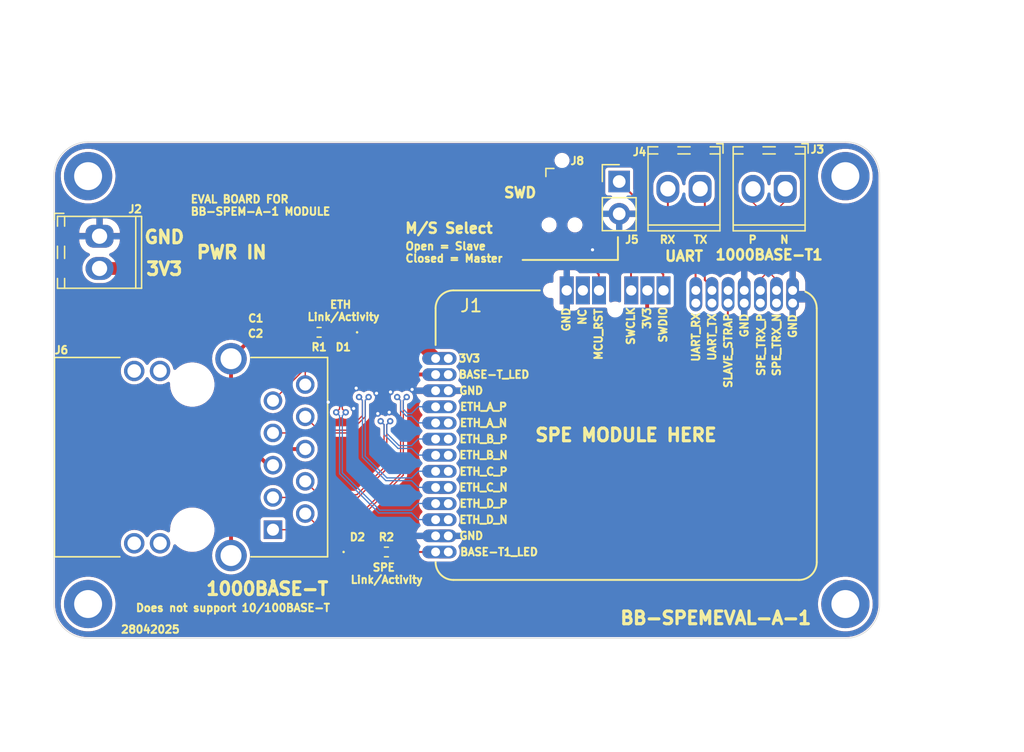
<source format=kicad_pcb>
(kicad_pcb (version 20240108) (generator "pcbnew") (generator_version "8.0")
  (layers (0 "F.Cu" signal) (1 "In1.Cu" signal) (2 "In2.Cu" signal) (31 "B.Cu" signal) (34 "B.Paste" user) (35 "F.Paste" user) (36 "B.SilkS" user "B.Silkscreen") (37 "F.SilkS" user "F.Silkscreen") (38 "B.Mask" user) (39 "F.Mask" user) (44 "Edge.Cuts" user))
  (net 0 "")
  (net 1 "Earth")
  (net 2 "Net-(J6-CT_2)")
  (net 3 "Net-(J6-CT_1)")
  (net 4 "Net-(D1-K)")
  (net 5 "Net-(D1-A)")
  (net 6 "GND")
  (net 7 "Net-(D2-A)")
  (net 8 "Net-(J1-UART_TX)")
  (net 9 "/SPE_TRX+")
  (net 10 "/3V3")
  (net 11 "/SPE_TRX-")
  (net 12 "Net-(J1-BASE-T1_LED)")
  (net 13 "/D+")
  (net 14 "Net-(J1-UART_RX)")
  (net 15 "/D-")
  (net 16 "/C-")
  (net 18 "/C+")
  (net 19 "/A+")
  (net 20 "Net-(J1-SLAVE_STRAP)")
  (net 21 "/B-")
  (net 22 "/A-")
  (net 23 "/B+")
  (net 28 "/SWCLK")
  (net 29 "/MCU_RST")
  (net 30 "/SWDIO")
  (footprint "Kpk:C_0402_Small" (layer "F.Cu") (at 132.5 85.1)
    (property "Reference" "C2" (at -1.515 0 0) (layer "F.SilkS") (effects (font (size 0.6 0.6))))
    (property "Value" "0.1uF")
    (pad "1" smd roundrect (at -0.485 0) (size 0.5 0.56) (layers "F.Cu" "F.Paste" "F.Mask") (net 1 "Earth"))
    (pad "2" smd roundrect (at 0.485 0) (size 0.5 0.56) (layers "F.Cu" "F.Paste" "F.Mask") (net 3 "Net-(J6-CT_1)"))
  )
  (footprint "Kpk:TerminalBlock_WurthElektronik_691210910002_1x02_P2.54mm_Horizontal" (layer "F.Cu") (at 118.7 77.43 -90)
    (property "Reference" "J2" (at -2.13 -2.8 180) (layer "F.SilkS") (effects (font (size 0.6 0.6))))
    (property "Value" "691210910002")
    (fp_line (start -1.8 3.55) (end -1.3 3.55) (stroke (width 0.12)) (layer "F.SilkS"))
    (fp_line (start -1.56 3.31) (end -0.79 3.31) (stroke (width 0.12)) (layer "F.SilkS"))
    (fp_line (start 0.79 3.31) (end 1.75 3.31) (stroke (width 0.12)) (layer "F.SilkS"))
    (fp_line (start 3.33 3.31) (end 4.1 3.31) (stroke (width 0.12)) (layer "F.SilkS"))
    (fp_line (start -1.8 2.81) (end -1.8 3.55) (stroke (width 0.12)) (layer "F.SilkS"))
    (fp_line (start -1.56 2.75) (end -0.79 2.75) (stroke (width 0.12)) (layer "F.SilkS"))
    (fp_line (start 0.79 2.75) (end 1.75 2.75) (stroke (width 0.12)) (layer "F.SilkS"))
    (fp_line (start 3.33 2.75) (end 4.1 2.75) (stroke (width 0.12)) (layer "F.SilkS"))
    (fp_line (start -1.56 -2.85) (end 4.1 -2.85) (stroke (width 0.12)) (layer "F.SilkS"))
    (fp_line (start -1.56 -3.31) (end -1.56 3.31) (stroke (width 0.12)) (layer "F.SilkS"))
    (fp_line (start -1.56 -3.31) (end 4.1 -3.31) (stroke (width 0.12)) (layer "F.SilkS"))
    (fp_line (start 4.1 -3.31) (end 4.1 3.31) (stroke (width 0.12)) (layer "F.SilkS"))
    (pad "1" thru_hole roundrect (at 0 0 270) (size 1.8 2.2) (drill 1.2) (layers "*.Cu" "*.Mask") (roundrect_rratio 0.35) (net 6 "GND"))
    (pad "2" thru_hole oval (at 2.54 0 270) (size 1.8 2.2) (drill 1.2) (layers "*.Cu" "*.Mask") (net 10 "/3V3"))
  )
  (footprint "Kpk:TerminalBlock_WurthElektronik_691210910002_1x02_P2.54mm_Horizontal" (layer "F.Cu") (at 172.67 73.7 180)
    (property "Reference" "J3" (at -2.53 3.1 0) (layer "F.SilkS") (effects (font (size 0.6 0.6))))
    (property "Value" "691210910002")
    (fp_line (start 4.1 -3.31) (end 4.1 3.31) (stroke (width 0.12)) (layer "F.SilkS"))
    (fp_line (start 3.33 3.31) (end 4.1 3.31) (stroke (width 0.12)) (layer "F.SilkS"))
    (fp_line (start 3.33 2.75) (end 4.1 2.75) (stroke (width 0.12)) (layer "F.SilkS"))
    (fp_line (start 0.79 3.31) (end 1.75 3.31) (stroke (width 0.12)) (layer "F.SilkS"))
    (fp_line (start 0.79 2.75) (end 1.75 2.75) (stroke (width 0.12)) (layer "F.SilkS"))
    (fp_line (start -1.56 3.31) (end -0.79 3.31) (stroke (width 0.12)) (layer "F.SilkS"))
    (fp_line (start -1.56 2.75) (end -0.79 2.75) (stroke (width 0.12)) (layer "F.SilkS"))
    (fp_line (start -1.56 -2.85) (end 4.1 -2.85) (stroke (width 0.12)) (layer "F.SilkS"))
    (fp_line (start -1.56 -3.31) (end 4.1 -3.31) (stroke (width 0.12)) (layer "F.SilkS"))
    (fp_line (start -1.56 -3.31) (end -1.56 3.31) (stroke (width 0.12)) (layer "F.SilkS"))
    (fp_line (start -1.8 3.55) (end -1.3 3.55) (stroke (width 0.12)) (layer "F.SilkS"))
    (fp_line (start -1.8 2.81) (end -1.8 3.55) (stroke (width 0.12)) (layer "F.SilkS"))
    (pad "1" thru_hole roundrect (at 0 0 180) (size 1.8 2.2) (drill 1.2) (layers "*.Cu" "*.Mask") (roundrect_rratio 0.35) (net 11 "/SPE_TRX-"))
    (pad "2" thru_hole oval (at 2.54 0 180) (size 1.8 2.2) (drill 1.2) (layers "*.Cu" "*.Mask") (net 9 "/SPE_TRX+"))
  )
  (footprint "Resistor_SMD:R_0402_1005Metric" (layer "F.Cu") (at 135.98 85 180)
    (property "Reference" "R1" (at 0 -1.17 0) (layer "F.SilkS") (effects (font (size 0.6 0.6))))
    (property "Value" "1K")
    (fp_line (start -0.153641 0.38) (end 0.153641 0.38) (stroke (width 0.12)) (layer "F.SilkS"))
    (fp_line (start -0.153641 -0.38) (end 0.153641 -0.38) (stroke (width 0.12)) (layer "F.SilkS"))
    (pad "1" smd roundrect (at -0.51 0 180) (size 0.54 0.64) (layers "F.Cu" "F.Paste" "F.Mask") (net 5 "Net-(D1-A)"))
    (pad "2" smd roundrect (at 0.51 0 180) (size 0.54 0.64) (layers "F.Cu" "F.Paste" "F.Mask") (net 10 "/3V3"))
  )
  (footprint "MountingHole:MountingHole_2.2mm_M2_DIN965_Pad" (layer "F.Cu") (at 177.4 72.7)
    (property "Reference" "H4" (hide yes))
    (property "Value" "MountingHole_Pad")
    (pad "1" thru_hole circle (at 0 0) (size 3.8 3.8) (drill 2.2) (layers "*.Cu" "*.Mask"))
  )
  (footprint "Kpk:BB-SPEM-A-1_Footprint" (layer "F.Cu") (at 160.15 93.1)
    (property "Reference" "J1" (at -12.2 -10.2 0) (layer "F.SilkS"))
    (property "Value" "BB-SPEM-A-1")
    (fp_line (start -15 -7.1) (end -15 -10) (stroke (width 0.15)) (layer "F.SilkS"))
    (fp_line (start -13.6 -11.4) (end -6.8 -11.4) (stroke (width 0.15)) (layer "F.SilkS"))
    (fp_line (start 13.6 11.4) (end -13.6 11.4) (stroke (width 0.15)) (layer "F.SilkS"))
    (fp_line (start 15 -10) (end 15 10) (stroke (width 0.15)) (layer "F.SilkS"))
    (fp_arc (start -15 -10) (mid -14.589949 -10.989949) (end -13.6 -11.4) (stroke (width 0.15)) (layer "F.SilkS"))
    (fp_arc (start -13.6 11.4) (mid -14.589949 10.989949) (end -15 10) (stroke (width 0.15)) (layer "F.SilkS"))
    (fp_arc (start 14.1 -11.299999) (mid 14.748132 -10.788536) (end 14.992838 -10) (stroke (width 0.15)) (layer "F.SilkS"))
    (fp_arc (start 15 10) (mid 14.589949 10.989949) (end 13.6 11.4) (stroke (width 0.15)) (layer "F.SilkS"))
    (fp_text user "ETH_A_P" (at -11.2268 -2.2352 0) (layer "F.SilkS") (effects (font (size 0.6 0.6))))
    (fp_text user "GND" (at -4.72 -9.1064 90) (layer "F.SilkS") (effects (font (size 0.6 0.6))))
    (fp_text user "3V3" (at -12.3444 -6.0452 0) (layer "F.SilkS") (effects (font (size 0.6 0.6))))
    (fp_text user "NC" (at -3.45 -9.3096 90) (layer "F.SilkS") (effects (font (size 0.6 0.6))))
    (fp_text user "3V3" (at 1.63 -9.208 90) (layer "F.SilkS") (effects (font (size 0.6 0.6))))
    (fp_text user "GND" (at -12.2 -3.5052 0) (layer "F.SilkS") (effects (font (size 0.6 0.6))))
    (fp_text user "GND" (at 9.2964 -8.636 90) (layer "F.SilkS") (effects (font (size 0.6 0.6))))
    (fp_text user "ETH_D_P" (at -11.2268 5.3848 0) (layer "F.SilkS") (effects (font (size 0.6 0.6))))
    (fp_text user "SPE_TRX_P" (at 10.6172 -7.112 90) (layer "F.SilkS") (effects (font (size 0.6 0.6))))
    (fp_text user "BASE-T1_LED" (at -10.0076 9.2 0) (layer "F.SilkS") (effects (font (size 0.6 0.6))))
    (fp_text user "ETH_C_N" (at -11.2268 4.1148 0) (layer "F.SilkS") (effects (font (size 0.6 0.6))))
    (fp_text user "ETH_D_N" (at -11.2268 6.6548 0) (layer "F.SilkS") (effects (font (size 0.6 0.6))))
    (fp_text user "ETH_B_N" (at -11.2268 1.5648 0) (layer "F.SilkS") (effects (font (size 0.6 0.6))))
    (fp_text user "BASE-T_LED" (at -10.4 -4.7752 0) (layer "F.SilkS") (effects (font (size 0.6 0.6))))
    (fp_text user "UART_RX" (at 5.4864 -7.7216 90) (layer "F.SilkS") (effects (font (size 0.6 0.6))))
    (fp_text user "SLAVE_STRAP" (at 8.0264 -6.6548 90) (layer "F.SilkS") (effects (font (size 0.6 0.6))))
    (fp_text user "ETH_A_N" (at -11.2268 -0.9652 0) (layer "F.SilkS") (effects (font (size 0.6 0.6))))
    (fp_text user "SWCLK" (at 0.36 -8.5984 90) (layer "F.SilkS") (effects (font (size 0.6 0.6))))
    (fp_text user "ETH_C_P" (at -11.2268 2.8648 0) (layer "F.SilkS") (effects (font (size 0.6 0.6))))
    (fp_text user "GND" (at -12.192 7.9248 0) (layer "F.SilkS") (effects (font (size 0.6 0.6))))
    (fp_text user "SPE_TRX_N" (at 11.8364 -7.112 90) (layer "F.SilkS") (effects (font (size 0.6 0.6))))
    (fp_text user "UART_TX" (at 6.7564 -7.7216 90) (layer "F.SilkS") (effects (font (size 0.6 0.6))))
    (fp_text user "GND" (at 13.1064 -8.5852 90) (layer "F.SilkS") (effects (font (size 0.6 0.6))))
    (fp_text user "ETH_B_P" (at -11.2268 0.3048 0) (layer "F.SilkS") (effects (font (size 0.6 0.6))))
    (fp_text user "SWDIO" (at 2.9 -8.7 90) (layer "F.SilkS") (effects (font (size 0.6 0.6))))
    (fp_text user "MCU_RST" (at -2.18 -7.938 90) (layer "F.SilkS") (effects (font (size 0.6 0.6))))
    (pad "" np_thru_hole circle (at -5.95 -11.4 90) (size 0.5 0.5) (drill 1) (layers "F&B.Cu" "*.Mask"))
    (pad "" np_thru_hole circle (at -0.87 -9.9 90) (size 0.5 0.5) (drill 1.06) (layers "F&B.Cu" "*.Mask"))
    (pad "1" thru_hole oval (at -15 -6.04) (size 2.7 1) (drill 0.7 (offset 0.3 0)) (layers "*.Cu" "*.Mask") (net 10 "/3V3"))
    (pad "1" thru_hole oval (at -14 -6.04 180) (size 1.7 1) (drill 0.7 (offset 0.3 0)) (layers "*.Cu" "*.Mask") (net 10 "/3V3"))
    (pad "2" thru_hole oval (at -15 -4.77) (size 2.7 1) (drill 0.7 (offset 0.3 0)) (layers "*.Cu" "*.Mask") (net 4 "Net-(D1-K)"))
    (pad "2" thru_hole oval (at -14 -4.77 180) (size 1.7 1) (drill 0.7 (offset 0.3 0)) (layers "*.Cu" "*.Mask") (net 4 "Net-(D1-K)"))
    (pad "3" thru_hole oval (at -15 -3.5) (size 2.7 1) (drill 0.7 (offset 0.3 0)) (layers "*.Cu" "*.Mask") (net 6 "GND"))
    (pad "3" thru_hole oval (at -14 -3.5 180) (size 1.7 1) (drill 0.7 (offset 0.3 0)) (layers "*.Cu" "*.Mask") (net 6 "GND"))
    (pad "4" thru_hole oval (at -15 -2.23) (size 2.7 1) (drill 0.7 (offset 0.3 0)) (layers "*.Cu" "*.Mask") (net 19 "/A+"))
    (pad "4" thru_hole oval (at -14 -2.23 180) (size 1.7 1) (drill 0.7 (offset 0.3 0)) (layers "*.Cu" "*.Mask") (net 19 "/A+"))
    (pad "5" thru_hole oval (at -15 -0.96) (size 2.7 1) (drill 0.7 (offset 0.3 0)) (layers "*.Cu" "*.Mask") (net 22 "/A-"))
    (pad "5" thru_hole oval (at -14 -0.96 180) (size 1.7 1) (drill 0.7 (offset 0.3 0)) (layers "*.Cu" "*.Mask") (net 22 "/A-"))
    (pad "6" thru_hole oval (at -15 0.31) (size 2.7 1) (drill 0.7 (offset 0.3 0)) (layers "*.Cu" "*.Mask") (net 23 "/B+"))
    (pad "6" thru_hole oval (at -14 0.31 180) (size 1.7 1) (drill 0.7 (offset 0.3 0)) (layers "*.Cu" "*.Mask") (net 23 "/B+"))
    (pad "7" thru_hole oval (at -15 1.58) (size 2.7 1) (drill 0.7 (offset 0.3 0)) (layers "*.Cu" "*.Mask") (net 21 "/B-"))
    (pad "7" thru_hole oval (at -14 1.58 180) (size 1.7 1) (drill 0.7 (offset 0.3 0)) (layers "*.Cu" "*.Mask") (net 21 "/B-"))
    (pad "8" thru_hole oval (at -15 2.85) (size 2.7 1) (drill 0.7 (offset 0.3 0)) (layers "*.Cu" "*.Mask") (net 18 "/C+"))
    (pad "8" thru_hole oval (at -14 2.85 180) (size 1.7 1) (drill 0.7 (offset 0.3 0)) (layers "*.Cu" "*.Mask") (net 18 "/C+"))
    (pad "9" thru_hole oval (at -15 4.12) (size 2.7 1) (drill 0.7 (offset 0.3 0)) (layers "*.Cu" "*.Mask") (net 16 "/C-"))
    (pad "9" thru_hole oval (at -14 4.12 180) (size 1.7 1) (drill 0.7 (offset 0.3 0)) (layers "*.Cu" "*.Mask") (net 16 "/C-"))
    (pad "10" thru_hole oval (at -15 5.39) (size 2.7 1) (drill 0.7 (offset 0.3 0)) (layers "*.Cu" "*.Mask") (net 13 "/D+"))
    (pad "10" thru_hole oval (at -14 5.39 180) (size 1.7 1) (drill 0.7 (offset 0.3 0)) (layers "*.Cu" "*.Mask") (net 13 "/D+"))
    (pad "11" thru_hole oval (at -15 6.66) (size 2.7 1) (drill 0.7 (offset 0.3 0)) (layers "*.Cu" "*.Mask") (net 15 "/D-"))
    (pad "11" thru_hole oval (at -14 6.66 180) (size 1.7 1) (drill 0.7 (offset 0.3 0)) (layers "*.Cu" "*.Mask") (net 15 "/D-"))
    (pad "12" thru_hole oval (at -15 7.93) (size 2.7 1) (drill 0.7 (offset 0.3 0)) (layers "*.Cu" "*.Mask") (net 6 "GND"))
    (pad "12" thru_hole oval (at -14 7.93 180) (size 1.7 1) (drill 0.7 (offset 0.3 0)) (layers "*.Cu" "*.Mask") (net 6 "GND"))
    (pad "13" thru_hole oval (at -15 9.2) (size 2.7 1) (drill 0.7 (offset 0.3 0)) (layers "*.Cu" "*.Mask") (net 12 "Net-(J1-BASE-T1_LED)"))
    (pad "13" thru_hole oval (at -14 9.2 180) (size 1.7 1) (drill 0.7 (offset 0.3 0)) (layers "*.Cu" "*.Mask") (net 12 "Net-(J1-BASE-T1_LED)"))
    (pad "14" thru_hole rect (at -4.68 -11.4 90) (size 2.2 1.1) (drill 0.81) (layers "*.Cu" "*.Mask") (net 6 "GND"))
    (pad "15" thru_hole rect (at -3.41 -11.4 90) (size 2.2 1.1) (drill 0.81) (layers "*.Cu" "*.Mask"))
    (pad "16" thru_hole rect (at -2.14 -11.4 90) (size 2.2 1.1) (drill 0.81) (layers "*.Cu" "*.Mask") (net 29 "/MCU_RST"))
    (pad "17" thru_hole rect (at 0.4 -11.4 90) (size 2.2 1.1) (drill 0.81) (layers "*.Cu" "*.Mask") (net 28 "/SWCLK"))
    (pad "18" thru_hole rect (at 1.67 -11.4 90) (size 2.2 1.1) (drill 0.81) (layers "*.Cu" "*.Mask") (net 10 "/3V3"))
    (pad "19" thru_hole rect (at 2.94 -11.4 90) (size 2.2 1.1) (drill 0.81) (layers "*.Cu" "*.Mask") (net 30 "/SWDIO"))
    (pad "20" thru_hole oval (at 5.48 -11.4 270) (size 2.7 1) (drill 0.7 (offset 0.3 0)) (layers "*.Cu" "*.Mask") (net 14 "Net-(J1-UART_RX)"))
    (pad "20" thru_hole oval (at 5.48 -10.4 90) (size 1.7 1) (drill 0.7 (offset 0.3 0)) (layers "*.Cu" "*.Mask") (net 14 "Net-(J1-UART_RX)"))
    (pad "21" thru_hole oval (at 6.75 -11.4 270) (size 2.7 1) (drill 0.7 (offset 0.3 0)) (layers "*.Cu" "*.Mask") (net 8 "Net-(J1-UART_TX)"))
    (pad "21" thru_hole oval (at 6.75 -10.4 90) (size 1.7 1) (drill 0.7 (offset 0.3 0)) (layers "*.Cu" "*.Mask") (net 8 "Net-(J1-UART_TX)"))
    (pad "22" thru_hole oval (at 8.02 -11.4 270) (size 2.7 1) (drill 0.7 (offset 0.3 0)) (layers "*.Cu" "*.Mask") (net 20 "Net-(J1-SLAVE_STRAP)"))
    (pad "22" thru_hole oval (at 8.02 -10.4 90) (size 1.7 1) (drill 0.7 (offset 0.3 0)) (layers "*.Cu" "*.Mask") (net 20 "Net-(J1-SLAVE_STRAP)"))
    (pad "23" thru_hole oval (at 9.29 -11.4 270) (size 2.7 1) (drill 0.7 (offset 0.3 0)) (layers "*.Cu" "*.Mask") (net 6 "GND"))
    (pad "23" thru_hole oval (at 9.29 -10.4 90) (size 1.7 1) (drill 0.7 (offset 0.3 0)) (layers "*.Cu" "*.Mask") (net 6 "GND"))
    (pad "24" thru_hole oval (at 10.56 -11.4 270) (size 2.7 1) (drill 0.7 (offset 0.3 0)) (layers "*.Cu" "*.Mask") (net 9 "/SPE_TRX+"))
    (pad "24" thru_hole oval (at 10.56 -10.4 90) (size 1.7 1) (drill 0.7 (offset 0.3 0)) (layers "*.Cu" "*.Mask") (net 9 "/SPE_TRX+"))
    (pad "25" thru_hole oval (at 11.83 -11.4 270) (size 2.7 1) (drill 0.7 (offset 0.3 0)) (layers "*.Cu" "*.Mask") (net 11 "/SPE_TRX-"))
    (pad "25" thru_hole oval (at 11.83 -10.4 90) (size 1.7 1) (drill 0.7 (offset 0.3 0)) (layers "*.Cu" "*.Mask") (net 11 "/SPE_TRX-"))
    (pad "26" thru_hole oval (at 13.1 -11.4 270) (size 2.7 1) (drill 0.7 (offset 0.3 0)) (layers "*.Cu" "*.Mask") (net 6 "GND"))
    (pad "26" thru_hole oval (at 13.1 -10.4 90) (size 1.7 1) (drill 0.7 (offset 0.3 0)) (layers "*.Cu" "*.Mask") (net 6 "GND"))
  )
  (footprint "Kpk:TerminalBlock_WurthElektronik_691210910002_1x02_P2.54mm_Horizontal" (layer "F.Cu") (at 165.97 73.7 180)
    (property "Reference" "J4" (at 4.77 2.9 0) (layer "F.SilkS") (effects (font (size 0.6 0.6))))
    (property "Value" "691210910002")
    (fp_line (start 4.1 -3.31) (end 4.1 3.31) (stroke (width 0.12)) (layer "F.SilkS"))
    (fp_line (start 3.33 3.31) (end 4.1 3.31) (stroke (width 0.12)) (layer "F.SilkS"))
    (fp_line (start 3.33 2.75) (end 4.1 2.75) (stroke (width 0.12)) (layer "F.SilkS"))
    (fp_line (start 0.79 3.31) (end 1.75 3.31) (stroke (width 0.12)) (layer "F.SilkS"))
    (fp_line (start 0.79 2.75) (end 1.75 2.75) (stroke (width 0.12)) (layer "F.SilkS"))
    (fp_line (start -1.56 3.31) (end -0.79 3.31) (stroke (width 0.12)) (layer "F.SilkS"))
    (fp_line (start -1.56 2.75) (end -0.79 2.75) (stroke (width 0.12)) (layer "F.SilkS"))
    (fp_line (start -1.56 -2.85) (end 4.1 -2.85) (stroke (width 0.12)) (layer "F.SilkS"))
    (fp_line (start -1.56 -3.31) (end 4.1 -3.31) (stroke (width 0.12)) (layer "F.SilkS"))
    (fp_line (start -1.56 -3.31) (end -1.56 3.31) (stroke (width 0.12)) (layer "F.SilkS"))
    (fp_line (start -1.8 3.55) (end -1.3 3.55) (stroke (width 0.12)) (layer "F.SilkS"))
    (fp_line (start -1.8 2.81) (end -1.8 3.55) (stroke (width 0.12)) (layer "F.SilkS"))
    (pad "1" thru_hole roundrect (at 0 0 180) (size 1.8 2.2) (drill 1.2) (layers "*.Cu" "*.Mask") (roundrect_rratio 0.35) (net 8 "Net-(J1-UART_TX)"))
    (pad "2" thru_hole oval (at 2.54 0 180) (size 1.8 2.2) (drill 1.2) (layers "*.Cu" "*.Mask") (net 14 "Net-(J1-UART_RX)"))
  )
  (footprint "ARJM11D7-502-AB-EW2:ABRACON_ARJM11D7-502-AB-EW2" (layer "F.Cu") (at 126 94.83 -90)
    (property "Reference" "J6" (at -8.43 10.3 180) (layer "F.SilkS") (effects (font (size 0.6 0.6))))
    (property "Value" "ARJM11D7-502-AB-EW2")
    (fp_line (start -7.85 10.85) (end 7.85 10.85) (stroke (width 0.127)) (layer "F.SilkS"))
    (fp_line (start -7.85 10.85) (end -7.85 5.7) (stroke (width 0.127)) (layer "F.SilkS"))
    (fp_line (start 7.85 10.85) (end 7.85 5.7) (stroke (width 0.127)) (layer "F.SilkS"))
    (fp_line (start -7.85 -10.65) (end -7.85 -4.61) (stroke (width 0.127)) (layer "F.SilkS"))
    (fp_line (start -7.85 -10.65) (end 7.85 -10.65) (stroke (width 0.127)) (layer "F.SilkS"))
    (fp_line (start 7.85 -10.65) (end 7.85 -4.61) (stroke (width 0.127)) (layer "F.SilkS"))
    (fp_circle (center 9.8 -6.35) (end 9.9 -6.35) (stroke (width 0.2)) (fill none) (layer "F.SilkS"))
    (pad "" np_thru_hole circle (at -5.715 0 270) (size 3.3 3.3) (drill 3.3) (layers "*.Cu" "*.Mask"))
    (pad "" np_thru_hole circle (at 5.715 0 270) (size 3.3 3.3) (drill 3.3) (layers "*.Cu" "*.Mask"))
    (pad "P1" thru_hole rect (at 5.715 -6.35 270) (size 1.458 1.458) (drill 0.95) (layers "*.Cu" "*.Mask") (net 19 "/A+"))
    (pad "P2" thru_hole circle (at 4.445 -8.89 270) (size 1.458 1.458) (drill 0.95) (layers "*.Cu" "*.Mask") (net 22 "/A-"))
    (pad "P3" thru_hole circle (at 3.175 -6.35 270) (size 1.458 1.458) (drill 0.95) (layers "*.Cu" "*.Mask") (net 23 "/B+"))
    (pad "P4" thru_hole circle (at 1.905 -8.89 270) (size 1.458 1.458) (drill 0.95) (layers "*.Cu" "*.Mask") (net 21 "/B-"))
    (pad "P5" thru_hole circle (at 0.635 -6.35 270) (size 1.458 1.458) (drill 0.95) (layers "*.Cu" "*.Mask") (net 3 "Net-(J6-CT_1)"))
    (pad "P6" thru_hole circle (at -0.635 -8.89 270) (size 1.458 1.458) (drill 0.95) (layers "*.Cu" "*.Mask") (net 2 "Net-(J6-CT_2)"))
    (pad "P7" thru_hole circle (at -1.905 -6.35 270) (size 1.458 1.458) (drill 0.95) (layers "*.Cu" "*.Mask") (net 18 "/C+"))
    (pad "P8" thru_hole circle (at -3.175 -8.89 270) (size 1.458 1.458) (drill 0.95) (layers "*.Cu" "*.Mask") (net 16 "/C-"))
    (pad "P9" thru_hole circle (at -4.445 -6.35 270) (size 1.458 1.458) (drill 0.95) (layers "*.Cu" "*.Mask") (net 13 "/D+"))
    (pad "P10" thru_hole circle (at -5.715 -8.89 270) (size 1.458 1.458) (drill 0.95) (layers "*.Cu" "*.Mask") (net 15 "/D-"))
    (pad "P11" thru_hole circle (at -6.785 2.54 270) (size 1.605 1.605) (drill 1.07) (layers "*.Cu" "*.Mask"))
    (pad "P12" thru_hole circle (at -6.785 4.57 270) (size 1.605 1.605) (drill 1.07) (layers "*.Cu" "*.Mask"))
    (pad "P13" thru_hole circle (at 6.785 2.54 270) (size 1.605 1.605) (drill 1.07) (layers "*.Cu" "*.Mask"))
    (pad "P14" thru_hole circle (at 6.785 4.57 270) (size 1.605 1.605) (drill 1.07) (layers "*.Cu" "*.Mask"))
    (pad "S1" thru_hole circle (at 7.75 -3.05 270) (size 2.475 2.475) (drill 1.65) (layers "*.Cu" "*.Mask") (net 1 "Earth"))
    (pad "S2" thru_hole circle (at -7.75 -3.05 270) (size 2.475 2.475) (drill 1.65) (layers "*.Cu" "*.Mask") (net 1 "Earth"))
  )
  (footprint "Connector_PinHeader_2.54mm:PinHeader_1x02_P2.54mm_Vertical" (layer "F.Cu") (at 159.6 73.125)
    (property "Reference" "J5" (at 1 4.575 0) (layer "F.SilkS") (effects (font (size 0.6 0.6))))
    (property "Value" "Conn_01x02_Pin")
    (fp_line (start -1.33 -1.33) (end 0 -1.33) (stroke (width 0.12)) (layer "F.SilkS"))
    (fp_line (start -1.33 0) (end -1.33 -1.33) (stroke (width 0.12)) (layer "F.SilkS"))
    (fp_line (start -1.33 1.27) (end -1.33 3.87) (stroke (width 0.12)) (layer "F.SilkS"))
    (fp_line (start -1.33 1.27) (end 1.33 1.27) (stroke (width 0.12)) (layer "F.SilkS"))
    (fp_line (start -1.33 3.87) (end 1.33 3.87) (stroke (width 0.12)) (layer "F.SilkS"))
    (fp_line (start 1.33 1.27) (end 1.33 3.87) (stroke (width 0.12)) (layer "F.SilkS"))
    (pad "1" thru_hole rect (at 0 0) (size 1.7 1.7) (drill 1) (layers "*.Cu" "*.Mask") (net 20 "Net-(J1-SLAVE_STRAP)"))
    (pad "2" thru_hole oval (at 0 2.54) (size 1.7 1.7) (drill 1) (layers "*.Cu" "*.Mask") (net 6 "GND"))
  )
  (footprint "Connector:Tag-Connect_TC2030-IDC-NL_2x03_P1.27mm_Vertical" (layer "F.Cu") (at 155.1 74 -90)
    (property "Reference" "J8" (at -2.5 -1.2 180) (layer "F.SilkS") (effects (font (size 0.6 0.6))))
    (property "Value" "Conn_ARM_SWD_TagConnect_TC2030-NL")
    (fp_line (start -1.905 1.27) (end -1.905 0.635) (stroke (width 0.12)) (layer "F.SilkS"))
    (fp_line (start -1.27 1.27) (end -1.905 1.27) (stroke (width 0.12)) (layer "F.SilkS"))
    (pad "" np_thru_hole circle (at -2.54 0 270) (size 0.9906 0.9906) (drill 0.9906) (layers "*.Cu" "*.Mask"))
    (pad "" np_thru_hole circle (at 2.54 -1.016 270) (size 0.9906 0.9906) (drill 0.9906) (layers "*.Cu" "*.Mask"))
    (pad "" np_thru_hole circle (at 2.54 1.016 270) (size 0.9906 0.9906) (drill 0.9906) (layers "*.Cu" "*.Mask"))
    (pad "1" connect circle (at -1.27 0.635 270) (size 0.7874 0.7874) (layers "F.Cu" "F.Mask") (net 10 "/3V3"))
    (pad "2" connect circle (at -1.27 -0.635 270) (size 0.7874 0.7874) (layers "F.Cu" "F.Mask") (net 30 "/SWDIO"))
    (pad "3" connect circle (at 0 0.635 270) (size 0.7874 0.7874) (layers "F.Cu" "F.Mask") (net 29 "/MCU_RST"))
    (pad "4" connect circle (at 0 -0.635 270) (size 0.7874 0.7874) (layers "F.Cu" "F.Mask") (net 28 "/SWCLK"))
    (pad "5" connect circle (at 1.27 0.635 270) (size 0.7874 0.7874) (layers "F.Cu" "F.Mask") (net 6 "GND"))
    (pad "6" connect circle (at 1.27 -0.635 270) (size 0.7874 0.7874) (layers "F.Cu" "F.Mask"))
    (zone (net 0) (net_name "") (layer "F.Cu") (connect_pads (clearance 0)) (min_thickness 0.254)
      (keepout (tracks allowed) (vias not_allowed) (pads allowed) (copperpour not_allowed) (footprints not_allowed))
      (fill (thermal_gap 0.508) (thermal_bridge_width 0.508))
      (polygon (pts (xy 155.735 75.27) (xy 155.735 72.73) (xy 154.465 72.73) (xy 154.465 75.27)))
    )
  )
  (footprint "MountingHole:MountingHole_2.2mm_M2_DIN965_Pad" (layer "F.Cu") (at 117.8 106.4)
    (property "Reference" "H2" (hide yes))
    (property "Value" "MountingHole_Pad")
    (pad "1" thru_hole circle (at 0 0) (size 3.8 3.8) (drill 2.2) (layers "*.Cu" "*.Mask"))
  )
  (footprint "MountingHole:MountingHole_2.2mm_M2_DIN965_Pad" (layer "F.Cu") (at 177.4 106.4)
    (property "Reference" "H3" (hide yes))
    (property "Value" "MountingHole_Pad")
    (pad "1" thru_hole circle (at 0 0) (size 3.8 3.8) (drill 2.2) (layers "*.Cu" "*.Mask"))
  )
  (footprint "LED_SMD:LED_0402_1005Metric" (layer "F.Cu") (at 139 102.3)
    (property "Reference" "D2" (at 0 -1.17 0) (layer "F.SilkS") (effects (font (size 0.6 0.6))))
    (property "Value" "GREEN")
    (fp_circle (center -1.09 0) (end -1.04 0) (stroke (width 0.1)) (fill none) (layer "F.SilkS"))
    (pad "1" smd roundrect (at -0.485 0) (size 0.59 0.64) (layers "F.Cu" "F.Paste" "F.Mask") (net 6 "GND"))
    (pad "2" smd roundrect (at 0.485 0) (size 0.59 0.64) (layers "F.Cu" "F.Paste" "F.Mask") (net 7 "Net-(D2-A)"))
  )
  (footprint "LED_SMD:LED_0402_1005Metric" (layer "F.Cu") (at 137.88 85 180)
    (property "Reference" "D1" (at 0 -1.17 0) (layer "F.SilkS") (effects (font (size 0.6 0.6))))
    (property "Value" "GREEN")
    (fp_circle (center -1.09 0) (end -1.04 0) (stroke (width 0.1)) (fill none) (layer "F.SilkS"))
    (pad "1" smd roundrect (at -0.485 0 180) (size 0.59 0.64) (layers "F.Cu" "F.Paste" "F.Mask") (net 4 "Net-(D1-K)"))
    (pad "2" smd roundrect (at 0.485 0 180) (size 0.59 0.64) (layers "F.Cu" "F.Paste" "F.Mask") (net 5 "Net-(D1-A)"))
  )
  (footprint "Resistor_SMD:R_0402_1005Metric" (layer "F.Cu") (at 141.28 102.3)
    (property "Reference" "R2" (at 0 -1.17 0) (layer "F.SilkS") (effects (font (size 0.6 0.6))))
    (property "Value" "2.2K")
    (fp_line (start -0.153641 -0.38) (end 0.153641 -0.38) (stroke (width 0.12)) (layer "F.SilkS"))
    (fp_line (start -0.153641 0.38) (end 0.153641 0.38) (stroke (width 0.12)) (layer "F.SilkS"))
    (pad "1" smd roundrect (at -0.51 0) (size 0.54 0.64) (layers "F.Cu" "F.Paste" "F.Mask") (net 7 "Net-(D2-A)"))
    (pad "2" smd roundrect (at 0.51 0) (size 0.54 0.64) (layers "F.Cu" "F.Paste" "F.Mask") (net 12 "Net-(J1-BASE-T1_LED)"))
  )
  (footprint "Kpk:C_0402_Small" (layer "F.Cu") (at 132.5 83.9)
    (property "Reference" "C1" (at -1.5 0 0) (layer "F.SilkS") (effects (font (size 0.6 0.6))))
    (property "Value" "0.1uF")
    (pad "1" smd roundrect (at -0.485 0) (size 0.5 0.56) (layers "F.Cu" "F.Paste" "F.Mask") (net 1 "Earth"))
    (pad "2" smd roundrect (at 0.485 0) (size 0.5 0.56) (layers "F.Cu" "F.Paste" "F.Mask") (net 2 "Net-(J6-CT_2)"))
  )
  (footprint "MountingHole:MountingHole_2.2mm_M2_DIN965_Pad" (layer "F.Cu") (at 117.8 72.7)
    (property "Reference" "H1" (hide yes))
    (property "Value" "MountingHole_Pad")
    (pad "1" thru_hole circle (at 0 0) (size 3.8 3.8) (drill 2.2) (layers "*.Cu" "*.Mask"))
  )
  (gr_line (start 152 79.3) (end 159.5 79.3) (stroke (width 0.15)) (layer "F.SilkS"))
  (gr_line (start 159.5 79.3) (end 159.5 77.5) (stroke (width 0.15)) (layer "F.SilkS"))
  (gr_line (start 115.1 106.4) (end 115.1 72.7) (stroke (width 0.05)) (layer "Edge.Cuts"))
  (gr_line (start 180.1 72.7) (end 180.1 106.4) (stroke (width 0.05)) (layer "Edge.Cuts"))
  (gr_arc (start 115.099999 72.699999) (mid 115.890811 70.790811) (end 117.799999 69.999999) (stroke (width 0.05)) (layer "Edge.Cuts"))
  (gr_line (start 117.8 70) (end 177.4 70) (stroke (width 0.05)) (layer "Edge.Cuts"))
  (gr_arc (start 180.1 106.400001) (mid 179.309188 108.309189) (end 177.4 109.100001) (stroke (width 0.05)) (layer "Edge.Cuts"))
  (gr_arc (start 177.4 70) (mid 179.309188 70.790812) (end 180.1 72.7) (stroke (width 0.05)) (layer "Edge.Cuts"))
  (gr_line (start 177.4 109.1) (end 117.8 109.1) (stroke (width 0.05)) (layer "Edge.Cuts"))
  (gr_arc (start 117.8 109.1) (mid 115.890812 108.309188) (end 115.1 106.4) (stroke (width 0.05)) (layer "Edge.Cuts"))
  (gr_text "BB-SPEMEVAL-A-1" (at 167.2 107.5 0) (layer "F.SilkS") (effects (font (size 1 1) (thickness 0.25) (bold yes))))
  (gr_text "PWR IN" (at 129.1 78.7 0) (layer "F.SilkS") (effects (font (size 1 1) (thickness 0.25) (bold yes))))
  (gr_text "EVAL BOARD FOR \nBB-SPEM-A-1 MODULE" (at 125.8 75 0) (layer "F.SilkS") (effects (font (size 0.6 0.6) (thickness 0.15) (bold yes)) (justify left)))
  (gr_text "M/S Select" (at 146.2 76.8 0) (layer "F.SilkS") (effects (font (size 0.8 0.8) (thickness 0.2) (bold yes))))
  (gr_text "N" (at 172.6 77.7 0) (layer "F.SilkS") (effects (font (size 0.6 0.6) (thickness 0.15) (bold yes))))
  (gr_text "RX" (at 163.4 77.7 0) (layer "F.SilkS") (effects (font (size 0.6 0.6) (thickness 0.15) (bold yes))))
  (gr_text "Does not support 10/100BASE-T" (at 129.2 106.7 0) (layer "F.SilkS") (effects (font (size 0.6 0.6) (thickness 0.15) (bold yes))))
  (gr_text "3V3" (at 123.8 80 0) (layer "F.SilkS") (effects (font (size 1 1) (thickness 0.25) (bold yes))))
  (gr_text "1000BASE-T" (at 131.9 105.2 0) (layer "F.SilkS") (effects (font (size 1 1) (thickness 0.25) (bold yes))))
  (gr_text "P" (at 170.1 77.7 0) (layer "F.SilkS") (effects (font (size 0.6 0.6) (thickness 0.15) (bold yes))))
  (gr_text "UART" (at 164.7 79 0) (layer "F.SilkS") (effects (font (size 0.8 0.8) (thickness 0.2) (bold yes))))
  (gr_text "ETH \nLink/Activity" (at 137.9 83.3 0) (layer "F.SilkS") (effects (font (size 0.6 0.6) (thickness 0.15) (bold yes))))
  (gr_text "TX" (at 166 77.7 0) (layer "F.SilkS") (effects (font (size 0.6 0.6) (thickness 0.15) (bold yes))))
  (gr_text "28042025" (at 122.7 108.4 0) (layer "F.SilkS") (effects (font (size 0.6 0.6) (thickness 0.15) (bold yes))))
  (gr_text "SPE MODULE HERE" (at 160.13 93.09 0) (layer "F.SilkS") (effects (font (size 1 1) (thickness 0.25) (bold yes))))
  (gr_text "Open = Slave\nClosed = Master" (at 142.7 78.7 0) (layer "F.SilkS") (effects (font (size 0.6 0.6) (thickness 0.15) (bold yes)) (justify left)))
  (gr_text "GND" (at 123.8 77.5 0) (layer "F.SilkS") (effects (font (size 1 1) (thickness 0.25) (bold yes))))
  (gr_text "1000BASE-T1" (at 171.4 78.9 0) (layer "F.SilkS") (effects (font (size 0.8 0.8) (thickness 0.2) (bold yes))))
  (gr_text "SPE \nLink/Activity" (at 141.3 104 0) (layer "F.SilkS") (effects (font (size 0.6 0.6) (thickness 0.15) (bold yes))))
  (gr_text "SWD" (at 151.8 74 0) (layer "F.SilkS") (effects (font (size 0.8 0.8) (thickness 0.2) (bold yes))))
  (segment (start 131.03 85.1) (end 132.015 85.1) (width 0.3048) (layer "F.Cu") (net 1))
  (segment (start 129.05 87.08) (end 131.03 85.1) (width 0.3048) (layer "F.Cu") (net 1))
  (segment (start 129.05 102.58) (end 129.05 87.08) (width 0.3048) (layer "F.Cu") (net 1))
  (segment (start 132.015 83.9) (end 132.015 85.1) (width 0.3048) (layer "F.Cu") (net 1))
  (segment (start 131.595 94.195) (end 131.1 93.7) (width 0.3048) (layer "F.Cu") (net 2))
  (segment (start 131.1 93.7) (end 131.1 88.2) (width 0.3048) (layer "F.Cu") (net 2))
  (segment (start 134.89 94.195) (end 131.595 94.195) (width 0.3048) (layer "F.Cu") (net 2))
  (segment (start 131.1 88.2) (end 133.8 85.5) (width 0.3048) (layer "F.Cu") (net 2))
  (segment (start 133.8 84.715) (end 132.985 83.9) (width 0.3048) (layer "F.Cu") (net 2))
  (segment (start 133.8 85.5) (end 133.8 84.715) (width 0.3048) (layer "F.Cu") (net 2))
  (segment (start 132.985 85.615) (end 132.985 85.1) (width 0.3048) (layer "F.Cu") (net 3))
  (segment (start 132.35 95.465) (end 131.965 95.465) (width 0.3048) (layer "F.Cu") (net 3))
  (segment (start 130.6 94.1) (end 130.6 88) (width 0.3048) (layer "F.Cu") (net 3))
  (segment (start 130.6 88) (end 132.985 85.615) (width 0.3048) (layer "F.Cu") (net 3))
  (segment (start 131.965 95.465) (end 130.6 94.1) (width 0.3048) (layer "F.Cu") (net 3))
  (segment (start 143.32 88.32) (end 140 85) (width 0.3048) (layer "F.Cu") (net 4))
  (segment (start 145.13 88.32) (end 143.32 88.32) (width 0.3048) (layer "F.Cu") (net 4))
  (segment (start 140 85) (end 138.365 85) (width 0.3048) (layer "F.Cu") (net 4))
  (segment (start 136.49 85) (end 137.395 85) (width 0.3048) (layer "F.Cu") (net 5))
  (segment (start 155.3683 76.1733) (end 155.3683 76.8683) (width 0.3048) (layer "F.Cu") (net 6))
  (segment (start 157 78.5) (end 157.5 78.5) (width 0.3048) (layer "F.Cu") (net 6))
  (segment (start 154.465 75.27) (end 155.3683 76.1733) (width 0.3048) (layer "F.Cu") (net 6))
  (segment (start 155.3683 76.8683) (end 157 78.5) (width 0.3048) (layer "F.Cu") (net 6))
  (via (at 143.3 89.5) (size 0.5) (drill 0.25) (layers "F.Cu" "B.Cu") (net 6))
  (via (at 141.6 89.7) (size 0.5) (drill 0.25) (layers "F.Cu" "B.Cu") (net 6))
  (via (at 136.7 90.5) (size 0.5) (drill 0.25) (layers "F.Cu" "B.Cu") (net 6))
  (via (at 140.6 91.4) (size 0.5) (drill 0.25) (layers "F.Cu" "B.Cu") (net 6))
  (via (at 141.5 91.3) (size 0.5) (drill 0.25) (layers "F.Cu" "B.Cu") (net 6))
  (via (at 140.5 89.8) (size 0.5) (drill 0.25) (layers "F.Cu" "B.Cu") (net 6))
  (via (at 138.7 91) (size 0.5) (drill 0.25) (layers "F.Cu" "B.Cu") (net 6))
  (via (at 157.5 78.5) (size 0.5) (drill 0.25) (layers "F.Cu" "B.Cu") (net 6))
  (via (at 138.9 89.4) (size 0.5) (drill 0.25) (layers "F.Cu" "B.Cu") (net 6))
  (segment (start 139.485 102.3) (end 140.77 102.3) (width 0.1524) (layer "F.Cu") (net 7))
  (segment (start 166.3386 74.0686) (end 165.97 73.7) (width 0.1524) (layer "F.Cu") (net 8))
  (segment (start 166.3386 80.874125) (end 166.3386 74.0686) (width 0.1524) (layer "F.Cu") (net 8))
  (segment (start 166.88 81.415525) (end 166.3386 80.874125) (width 0.1524) (layer "F.Cu") (net 8))
  (segment (start 166.88 81.69) (end 166.88 81.415525) (width 0.1524) (layer "F.Cu") (net 8))
  (segment (start 170.13 74.78) (end 170.13 73.7) (width 0.1016) (layer "F.Cu") (net 9))
  (segment (start 170.69 81.69) (end 170.69 80.84) (width 0.1016) (layer "F.Cu") (net 9))
  (segment (start 170.69 80.84) (end 171.21705 80.31295) (width 0.1016) (layer "F.Cu") (net 9))
  (segment (start 171.21705 75.86705) (end 170.13 74.78) (width 0.1016) (layer "F.Cu") (net 9))
  (segment (start 171.21705 80.31295) (end 171.21705 75.86705) (width 0.1016) (layer "F.Cu") (net 9))
  (segment (start 154.2 84.4) (end 152.1 82.3) (width 0.3048) (layer "F.Cu") (net 10))
  (segment (start 137.36 83.11) (end 141.19 83.11) (width 0.3048) (layer "F.Cu") (net 10))
  (segment (start 161.8 83.3) (end 160.7 84.4) (width 0.3048) (layer "F.Cu") (net 10))
  (segment (start 138.05 79.97) (end 139.15 81.07) (width 1) (layer "F.Cu") (net 10))
  (segment (start 135.47 85) (end 137.36 83.11) (width 0.3048) (layer "F.Cu") (net 10))
  (segment (start 141.19 83.11) (end 145.13 87.05) (width 1) (layer "F.Cu") (net 10))
  (segment (start 151.57 72.73) (end 154.465 72.73) (width 1) (layer "F.Cu") (net 10))
  (segment (start 141.19 83.11) (end 151.57 72.73) (width 1) (layer "F.Cu") (net 10))
  (segment (start 152.1 75.095) (end 154.465 72.73) (width 0.3048) (layer "F.Cu") (net 10))
  (segment (start 118.7 79.97) (end 138.05 79.97) (width 1) (layer "F.Cu") (net 10))
  (segment (start 152.1 82.3) (end 152.1 75.095) (width 0.3048) (layer "F.Cu") (net 10))
  (segment (start 160.7 84.4) (end 154.2 84.4) (width 0.3048) (layer "F.Cu") (net 10))
  (segment (start 139.15 81.07) (end 141.19 83.11) (width 1) (layer "F.Cu") (net 10))
  (segment (start 161.8 81.69) (end 161.8 83.3) (width 0.3048) (layer "F.Cu") (net 10))
  (segment (start 172.67 74.67) (end 172.67 73.7) (width 0.1016) (layer "F.Cu") (net 11))
  (segment (start 171.96 81.69) (end 171.96 80.84) (width 0.1016) (layer "F.Cu") (net 11))
  (segment (start 171.96 80.84) (end 171.43295 80.31295) (width 0.1016) (layer "F.Cu") (net 11))
  (segment (start 171.43295 80.31295) (end 171.43295 75.90705) (width 0.1016) (layer "F.Cu") (net 11))
  (segment (start 171.43295 75.90705) (end 172.67 74.67) (width 0.1016) (layer "F.Cu") (net 11))
  (segment (start 141.79 102.3) (end 145.12 102.3) (width 0.1524) (layer "F.Cu") (net 12))
  (segment (start 145.12 102.3) (end 145.13 102.29) (width 0.1524) (layer "F.Cu") (net 12))
  (segment (start 137.044716 87.49205) (end 137.80795 88.255284) (width 0.1016) (layer "F.Cu") (net 13))
  (segment (start 135.24295 87.49205) (end 137.044716 87.49205) (width 0.1016) (layer "F.Cu") (net 13))
  (segment (start 137.80795 91.03295) (end 138.075 91.3) (width 0.1016) (layer "F.Cu") (net 13))
  (segment (start 137.80795 88.255284) (end 137.80795 91.03295) (width 0.1016) (layer "F.Cu") (net 13))
  (segment (start 132.35 90.385) (end 135.24295 87.49205) (width 0.1016) (layer "F.Cu") (net 13))
  (via (at 138.075 91.3) (size 0.5) (drill 0.25) (layers "F.Cu" "B.Cu") (net 13))
  (segment (start 137.80795 96.055284) (end 137.80795 91.56705) (width 0.1016) (layer "B.Cu") (net 13))
  (segment (start 143.78 98.48) (end 143.25295 99.00705) (width 0.1016) (layer "B.Cu") (net 13))
  (segment (start 140.759716 99.00705) (end 137.80795 96.055284) (width 0.1016) (layer "B.Cu") (net 13))
  (segment (start 145.13 98.48) (end 143.78 98.48) (width 0.1016) (layer "B.Cu") (net 13))
  (segment (start 143.25295 99.00705) (end 140.759716 99.00705) (width 0.1016) (layer "B.Cu") (net 13))
  (segment (start 137.80795 91.56705) (end 138.075 91.3) (width 0.1016) (layer "B.Cu") (net 13))
  (segment (start 165.61 79.14) (end 163.43 76.96) (width 0.1524) (layer "F.Cu") (net 14))
  (segment (start 163.43 76.96) (end 163.43 73.7) (width 0.1524) (layer "F.Cu") (net 14))
  (segment (start 165.61 81.69) (end 165.61 79.14) (width 0.1524) (layer "F.Cu") (net 14))
  (segment (start 137.59205 91.03295) (end 137.325 91.3) (width 0.1016) (layer "F.Cu") (net 15))
  (segment (start 136.955284 87.70795) (end 137.59205 88.344716) (width 0.1016) (layer "F.Cu") (net 15))
  (segment (start 134.89 88.150329) (end 135.332379 87.70795) (width 0.1016) (layer "F.Cu") (net 15))
  (segment (start 134.89 89.115) (end 134.89 88.150329) (width 0.1016) (layer "F.Cu") (net 15))
  (segment (start 135.332379 87.70795) (end 136.955284 87.70795) (width 0.1016) (layer "F.Cu") (net 15))
  (segment (start 137.59205 88.344716) (end 137.59205 91.03295) (width 0.1016) (layer "F.Cu") (net 15))
  (via (at 137.325 91.3) (size 0.5) (drill 0.25) (layers "F.Cu" "B.Cu") (net 15))
  (segment (start 137.59205 96.144716) (end 137.59205 91.56705) (width 0.1016) (layer "B.Cu") (net 15))
  (segment (start 143.25295 99.22295) (end 140.670284 99.22295) (width 0.1016) (layer "B.Cu") (net 15))
  (segment (start 143.78 99.75) (end 143.25295 99.22295) (width 0.1016) (layer "B.Cu") (net 15))
  (segment (start 145.13 99.75) (end 143.78 99.75) (width 0.1016) (layer "B.Cu") (net 15))
  (segment (start 140.670284 99.22295) (end 137.59205 96.144716) (width 0.1016) (layer "B.Cu") (net 15))
  (segment (start 137.59205 91.56705) (end 137.325 91.3) (width 0.1016) (layer "B.Cu") (net 15))
  (segment (start 139.125 90.1) (end 139.39205 90.36705) (width 0.1016) (layer "F.Cu") (net 16))
  (segment (start 138.238234 92.7091) (end 135.9441 92.7091) (width 0.1016) (layer "F.Cu") (net 16))
  (segment (start 139.39205 91.555284) (end 138.238234 92.7091) (width 0.1016) (layer "F.Cu") (net 16))
  (segment (start 139.39205 90.36705) (end 139.39205 91.555284) (width 0.1016) (layer "F.Cu") (net 16))
  (segment (start 135.9441 92.7091) (end 134.89 91.655) (width 0.1016) (layer "F.Cu") (net 16))
  (via (at 139.125 90.1) (size 0.5) (drill 0.25) (layers "F.Cu" "B.Cu") (net 16))
  (segment (start 139.39205 90.36705) (end 139.125 90.1) (width 0.1016) (layer "B.Cu") (net 16))
  (segment (start 145.13 97.21) (end 143.78 97.21) (width 0.1016) (layer "B.Cu") (net 16))
  (segment (start 143.25295 96.68295) (end 141.230284 96.68295) (width 0.1016) (layer "B.Cu") (net 16))
  (segment (start 139.39205 94.844716) (end 139.39205 90.36705) (width 0.1016) (layer "B.Cu") (net 16))
  (segment (start 141.230284 96.68295) (end 139.39205 94.844716) (width 0.1016) (layer "B.Cu") (net 16))
  (segment (start 143.78 97.21) (end 143.25295 96.68295) (width 0.1016) (layer "B.Cu") (net 16))
  (segment (start 138.327666 92.925) (end 132.35 92.925) (width 0.1016) (layer "F.Cu") (net 18))
  (segment (start 139.875 90.1) (end 139.60795 90.36705) (width 0.1016) (layer "F.Cu") (net 18))
  (segment (start 139.60795 90.36705) (end 139.60795 91.644716) (width 0.1016) (layer "F.Cu") (net 18))
  (segment (start 139.60795 91.644716) (end 138.327666 92.925) (width 0.1016) (layer "F.Cu") (net 18))
  (via (at 139.875 90.1) (size 0.5) (drill 0.25) (layers "F.Cu" "B.Cu") (net 18))
  (segment (start 139.60795 94.755284) (end 139.60795 90.36705) (width 0.1016) (layer "B.Cu") (net 18))
  (segment (start 139.60795 90.36705) (end 139.875 90.1) (width 0.1016) (layer "B.Cu") (net 18))
  (segment (start 145.13 95.94) (end 143.78 95.94) (width 0.1016) (layer "B.Cu") (net 18))
  (segment (start 141.319716 96.46705) (end 139.60795 94.755284) (width 0.1016) (layer "B.Cu") (net 18))
  (segment (start 143.25295 96.46705) (end 141.319716 96.46705) (width 0.1016) (layer "B.Cu") (net 18))
  (segment (start 143.78 95.94) (end 143.25295 96.46705) (width 0.1016) (layer "B.Cu") (net 18))
  (segment (start 138.307666 100.545) (end 132.35 100.545) (width 0.1016) (layer "F.Cu") (net 19))
  (segment (start 142.60795 96.244716) (end 138.307666 100.545) (width 0.1016) (layer "F.Cu") (net 19))
  (segment (start 142.875 90.1) (end 142.60795 90.36705) (width 0.1016) (layer "F.Cu") (net 19))
  (segment (start 142.60795 90.36705) (end 142.60795 96.244716) (width 0.1016) (layer "F.Cu") (net 19))
  (via (at 142.875 90.1) (size 0.5) (drill 0.25) (layers "F.Cu" "B.Cu") (net 19))
  (segment (start 142.60795 90.36705) (end 142.875 90.1) (width 0.1016) (layer "B.Cu") (net 19))
  (segment (start 142.60795 91.055284) (end 142.60795 90.36705) (width 0.1016) (layer "B.Cu") (net 19))
  (segment (start 142.939716 91.38705) (end 143.25295 91.38705) (width 0.1016) (layer "B.Cu") (net 19))
  (segment (start 142.939716 91.38705) (end 142.60795 91.055284) (width 0.1016) (layer "B.Cu") (net 19))
  (segment (start 143.25295 91.38705) (end 143.78 90.86) (width 0.1016) (layer "B.Cu") (net 19))
  (segment (start 143.78 90.86) (end 145.13 90.86) (width 0.1016) (layer "B.Cu") (net 19))
  (segment (start 165.15 84.6) (end 167.54 84.6) (width 0.1524) (layer "F.Cu") (net 20))
  (segment (start 159.6 73.125) (end 161.91 75.435) (width 0.1524) (layer "F.Cu") (net 20))
  (segment (start 164.38 80.46) (end 164.38 83.83) (width 0.1524) (layer "F.Cu") (net 20))
  (segment (start 161.91 77.99) (end 164.38 80.46) (width 0.1524) (layer "F.Cu") (net 20))
  (segment (start 168.15 83.99) (end 168.15 82.69) (width 0.1524) (layer "F.Cu") (net 20))
  (segment (start 161.91 75.435) (end 161.91 77.99) (width 0.1524) (layer "F.Cu") (net 20))
  (segment (start 164.38 83.83) (end 165.15 84.6) (width 0.1524) (layer "F.Cu") (net 20))
  (segment (start 167.54 84.6) (end 168.15 83.99) (width 0.1524) (layer "F.Cu") (net 20))
  (segment (start 135.9441 97.7891) (end 134.89 96.735) (width 0.1016) (layer "F.Cu") (net 21))
  (segment (start 138.958234 97.7891) (end 135.9441 97.7891) (width 0.1016) (layer "F.Cu") (net 21))
  (segment (start 138.958234 97.7891) (end 141.09205 95.655284) (width 0.1016) (layer "F.Cu") (net 21))
  (segment (start 141.09205 95.655284) (end 141.09205 92.26705) (width 0.1016) (layer "F.Cu") (net 21))
  (segment (start 141.09205 92.26705) (end 140.825 92) (width 0.1016) (layer "F.Cu") (net 21))
  (via (at 140.825 92) (size 0.5) (drill 0.25) (layers "F.Cu" "B.Cu") (net 21))
  (segment (start 143.78 94.67) (end 145.13 94.67) (width 0.1016) (layer "B.Cu") (net 21))
  (segment (start 143.25295 94.14295) (end 143.78 94.67) (width 0.1016) (layer "B.Cu") (net 21))
  (segment (start 141.09205 93.044716) (end 142.190284 94.14295) (width 0.1016) (layer "B.Cu") (net 21))
  (segment (start 141.09205 92.26705) (end 141.09205 93.044716) (width 0.1016) (layer "B.Cu") (net 21))
  (segment (start 142.190284 94.14295) (end 143.25295 94.14295) (width 0.1016) (layer "B.Cu") (net 21))
  (segment (start 140.825 92) (end 141.09205 92.26705) (width 0.1016) (layer "B.Cu") (net 21))
  (segment (start 138.218234 100.3291) (end 142.39205 96.155284) (width 0.1016) (layer "F.Cu") (net 22))
  (segment (start 135.9441 100.3291) (end 134.89 99.275) (width 0.1016) (layer "F.Cu") (net 22))
  (segment (start 142.39205 96.155284) (end 142.39205 90.36705) (width 0.1016) (layer "F.Cu") (net 22))
  (segment (start 142.39205 90.36705) (end 142.125 90.1) (width 0.1016) (layer "F.Cu") (net 22))
  (segment (start 138.218234 100.3291) (end 135.9441 100.3291) (width 0.1016) (layer "F.Cu") (net 22))
  (via (at 142.125 90.1) (size 0.5) (drill 0.25) (layers "F.Cu" "B.Cu") (net 22))
  (segment (start 142.850284 91.60295) (end 142.39205 91.144716) (width 0.1016) (layer "B.Cu") (net 22))
  (segment (start 142.39205 91.144716) (end 142.39205 90.36705) (width 0.1016) (layer "B.Cu") (net 22))
  (segment (start 143.78 92.13) (end 145.13 92.13) (width 0.1016) (layer "B.Cu") (net 22))
  (segment (start 142.850284 91.60295) (end 143.25295 91.60295) (width 0.1016) (layer "B.Cu") (net 22))
  (segment (start 143.25295 91.60295) (end 143.78 92.13) (width 0.1016) (layer "B.Cu") (net 22))
  (segment (start 142.39205 90.36705) (end 142.125 90.1) (width 0.1016) (layer "B.Cu") (net 22))
  (segment (start 141.30795 92.26705) (end 141.30795 95.744716) (width 0.1016) (layer "F.Cu") (net 23))
  (segment (start 139.047666 98.005) (end 132.35 98.005) (width 0.1016) (layer "F.Cu") (net 23))
  (segment (start 141.575 92) (end 141.30795 92.26705) (width 0.1016) (layer "F.Cu") (net 23))
  (segment (start 141.30795 95.744716) (end 139.047666 98.005) (width 0.1016) (layer "F.Cu") (net 23))
  (via (at 141.575 92) (size 0.5) (drill 0.25) (layers "F.Cu" "B.Cu") (net 23))
  (segment (start 142.279716 93.92705) (end 143.25295 93.92705) (width 0.1016) (layer "B.Cu") (net 23))
  (segment (start 143.25295 93.92705) (end 143.78 93.4) (width 0.1016) (layer "B.Cu") (net 23))
  (segment (start 143.78 93.4) (end 145.13 93.4) (width 0.1016) (layer "B.Cu") (net 23))
  (segment (start 141.575 92) (end 141.30795 92.26705) (width 0.1016) (layer "B.Cu") (net 23))
  (segment (start 141.30795 92.26705) (end 141.30795 92.955284) (width 0.1016) (layer "B.Cu") (net 23))
  (segment (start 141.30795 92.955284) (end 142.279716 93.92705) (width 0.1016) (layer "B.Cu") (net 23))
  (segment (start 157.67 76.95) (end 160.53 79.81) (width 0.1524) (layer "F.Cu") (net 28))
  (segment (start 157.67 75.935) (end 157.67 76.95) (width 0.1524) (layer "F.Cu") (net 28))
  (segment (start 160.53 79.81) (end 160.53 81.69) (width 0.1524) (layer "F.Cu") (net 28))
  (segment (start 155.735 74) (end 157.67 75.935) (width 0.1524) (layer "F.Cu") (net 28))
  (segment (start 154.465 74) (end 153.04 75.425) (width 0.1524) (layer "F.Cu") (net 29))
  (segment (start 157.99 80.4376) (end 157.99 81.69) (width 0.1524) (layer "F.Cu") (net 29))
  (segment (start 153.04 77.21) (end 154.36 78.53) (width 0.1524) (layer "F.Cu") (net 29))
  (segment (start 156.0824 78.53) (end 157.99 80.4376) (width 0.1524) (layer "F.Cu") (net 29))
  (segment (start 154.36 78.53) (end 156.0824 78.53) (width 0.1524) (layer "F.Cu") (net 29))
  (segment (start 153.04 75.425) (end 153.04 77.21) (width 0.1524) (layer "F.Cu") (net 29))
  (segment (start 157.9748 74.9698) (end 157.9748 76.7748) (width 0.1524) (layer "F.Cu") (net 30))
  (segment (start 158.77 77.57) (end 160.2024 77.57) (width 0.1524) (layer "F.Cu") (net 30))
  (segment (start 155.735 72.73) (end 157.9748 74.9698) (width 0.1524) (layer "F.Cu") (net 30))
  (segment (start 163.07 80.4376) (end 163.07 81.69) (width 0.1524) (layer "F.Cu") (net 30))
  (segment (start 160.2024 77.57) (end 163.07 80.4376) (width 0.1524) (layer "F.Cu") (net 30))
  (segment (start 157.9748 76.7748) (end 158.77 77.57) (width 0.1524) (layer "F.Cu") (net 30))
  (zone (net 6) (net_name "GND") (layers "F.Cu" "In1.Cu" "In2.Cu" "B.Cu") (connect_pads (clearance 0.254)) (min_thickness 0.25) (fill yes (thermal_gap 0.5) (thermal_bridge_width 0.5))
    (polygon (pts (xy 114.3 69.2) (xy 114.3 111.6) (xy 181.3 111.6) (xy 183.2 109.7) (xy 183.2 68.4) (xy 182.8 68) (xy 115.5 68)))
  )
)
</source>
